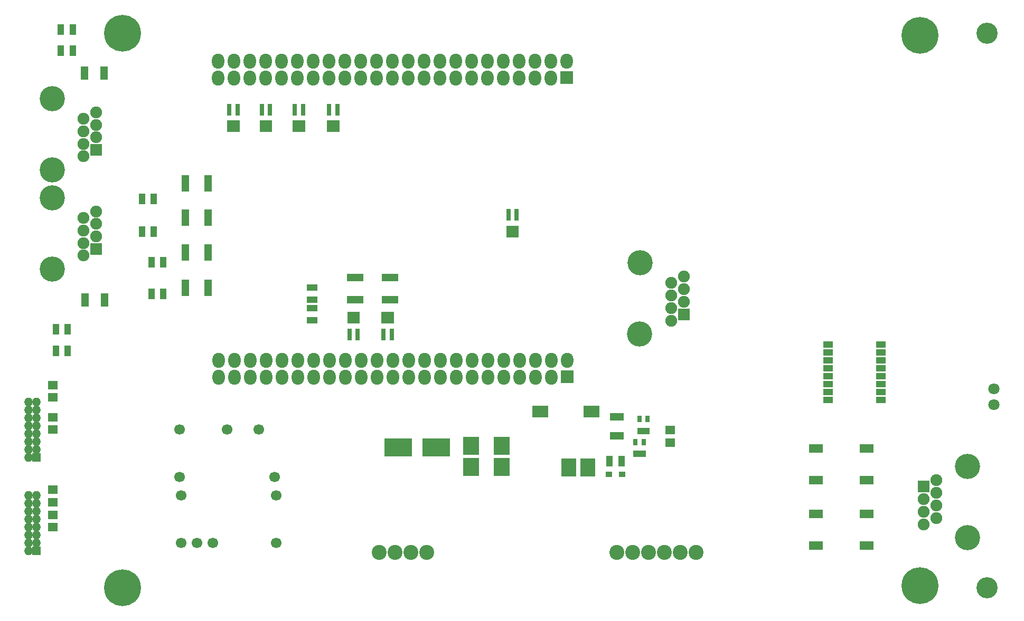
<source format=gbr>
G04 #@! TF.FileFunction,Soldermask,Top*
%FSLAX46Y46*%
G04 Gerber Fmt 4.6, Leading zero omitted, Abs format (unit mm)*
G04 Created by KiCad (PCBNEW 4.0.4+e1-6308~48~ubuntu15.10.1-stable) date Thu Mar 22 15:52:19 2018*
%MOMM*%
%LPD*%
G01*
G04 APERTURE LIST*
%ADD10C,0.100000*%
%ADD11R,0.750000X1.150000*%
%ADD12R,1.400000X1.400000*%
%ADD13O,1.400000X1.400000*%
%ADD14R,1.650000X1.400000*%
%ADD15C,4.050000*%
%ADD16C,1.900000*%
%ADD17R,1.900000X1.900000*%
%ADD18R,1.150000X0.750000*%
%ADD19R,1.540000X1.020000*%
%ADD20C,5.900000*%
%ADD21C,3.400000*%
%ADD22C,2.400000*%
%ADD23C,1.700000*%
%ADD24C,1.800000*%
%ADD25R,0.800000X1.900000*%
%ADD26R,2.000000X2.000000*%
%ADD27O,2.000000X2.400000*%
%ADD28R,2.300000X1.400000*%
%ADD29R,2.500000X3.000000*%
%ADD30R,4.400000X2.900000*%
%ADD31R,1.150000X0.650000*%
%ADD32R,1.100000X1.700000*%
%ADD33R,1.000000X0.850000*%
%ADD34R,0.650000X1.150000*%
%ADD35R,0.800000X1.050000*%
%ADD36R,2.350000X2.900000*%
%ADD37R,2.550000X1.900000*%
%ADD38R,1.700000X1.100000*%
G04 APERTURE END LIST*
D10*
D11*
X85450240Y-64200000D03*
X86100240Y-64200000D03*
X86750240Y-64200000D03*
X87400240Y-64200000D03*
X85450240Y-67800000D03*
X86100240Y-67800000D03*
X87400240Y-67800000D03*
X86750240Y-67800000D03*
X91025000Y-64200000D03*
X91675000Y-64200000D03*
X92325000Y-64200000D03*
X92975000Y-64200000D03*
X91025000Y-67800000D03*
X91675000Y-67800000D03*
X92975000Y-67800000D03*
X92325000Y-67800000D03*
D12*
X35357240Y-108040840D03*
D13*
X34087240Y-108040840D03*
X35357240Y-106770840D03*
X34087240Y-106770840D03*
X35357240Y-105500840D03*
X34087240Y-105500840D03*
X35357240Y-104230840D03*
X34087240Y-104230840D03*
X35357240Y-102960840D03*
X34087240Y-102960840D03*
X35357240Y-101690840D03*
X34087240Y-101690840D03*
X35357240Y-100420840D03*
X34087240Y-100420840D03*
X35357240Y-99150840D03*
X34087240Y-99150840D03*
D14*
X37978040Y-86630000D03*
X37978040Y-88630000D03*
D15*
X184607240Y-94535840D03*
X184582240Y-105965840D03*
D16*
X179582240Y-96715840D03*
D17*
X177532240Y-97740840D03*
D16*
X179582240Y-98740840D03*
X177532240Y-99765840D03*
X179582240Y-100765840D03*
X177532240Y-101790840D03*
X179582240Y-102790840D03*
X177542240Y-103805840D03*
D18*
X59197240Y-66865840D03*
X59197240Y-66215840D03*
X59197240Y-65565840D03*
X59197240Y-64915840D03*
X62797240Y-66865840D03*
X62797240Y-66215840D03*
X62797240Y-64915840D03*
X62797240Y-65565840D03*
X59197240Y-61165840D03*
X59197240Y-60515840D03*
X59197240Y-59865840D03*
X59197240Y-59215840D03*
X62797240Y-61165840D03*
X62797240Y-60515840D03*
X62797240Y-59215840D03*
X62797240Y-59865840D03*
X59197240Y-55565840D03*
X59197240Y-54915840D03*
X59197240Y-54265840D03*
X59197240Y-53615840D03*
X62797240Y-55565840D03*
X62797240Y-54915840D03*
X62797240Y-53615840D03*
X62797240Y-54265840D03*
X59197240Y-50065840D03*
X59197240Y-49415840D03*
X59197240Y-48765840D03*
X59197240Y-48115840D03*
X62797240Y-50065840D03*
X62797240Y-49415840D03*
X62797240Y-48115840D03*
X62797240Y-48765840D03*
D19*
X170732240Y-74980840D03*
X170732240Y-76230840D03*
X170732240Y-77505840D03*
X170732240Y-78780840D03*
X170732240Y-80055840D03*
X170732240Y-81330840D03*
X170732240Y-82605840D03*
X170732240Y-83855840D03*
X162207240Y-74955840D03*
X162207240Y-82605840D03*
X162207240Y-81330840D03*
X162207240Y-80055840D03*
X162207240Y-78805840D03*
X162207240Y-77530840D03*
X162207240Y-76205840D03*
X162207240Y-83855840D03*
D20*
X176939100Y-25343000D03*
X49088200Y-25001000D03*
X49088200Y-114001000D03*
D21*
X187758200Y-114001000D03*
X187758200Y-25001000D03*
D20*
X176939100Y-113659000D03*
D22*
X141037240Y-108300840D03*
X138497240Y-108300840D03*
X135957240Y-108300840D03*
X133417240Y-108300840D03*
X130877240Y-108300840D03*
X128337240Y-108300840D03*
X90237240Y-108300840D03*
X92777240Y-108300840D03*
X95317240Y-108300840D03*
X97857240Y-108300840D03*
D23*
X73497240Y-96190840D03*
X70957240Y-88570840D03*
X65877240Y-88570840D03*
X58257240Y-96190840D03*
X58257240Y-88570840D03*
X58517240Y-106780840D03*
X61057240Y-106780840D03*
X63597240Y-106780840D03*
X73757240Y-106780840D03*
X73757240Y-99160840D03*
X58517240Y-99160840D03*
D12*
X35357240Y-93040840D03*
D13*
X34087240Y-93040840D03*
X35357240Y-91770840D03*
X34087240Y-91770840D03*
X35357240Y-90500840D03*
X34087240Y-90500840D03*
X35357240Y-89230840D03*
X34087240Y-89230840D03*
X35357240Y-87960840D03*
X34087240Y-87960840D03*
X35357240Y-86690840D03*
X34087240Y-86690840D03*
X35357240Y-85420840D03*
X34087240Y-85420840D03*
X35357240Y-84150840D03*
X34087240Y-84150840D03*
D24*
X188857240Y-82060840D03*
X188857240Y-84600840D03*
D25*
X111000000Y-56830000D03*
X111650000Y-56830000D03*
X112300000Y-56830000D03*
X112300000Y-54170000D03*
X111000000Y-54170000D03*
X66250000Y-39930000D03*
X66900000Y-39930000D03*
X67550000Y-39930000D03*
X67550000Y-37270000D03*
X66250000Y-37270000D03*
X71447240Y-39920840D03*
X72097240Y-39920840D03*
X72747240Y-39920840D03*
X72747240Y-37260840D03*
X71447240Y-37260840D03*
X76747240Y-39920840D03*
X77397240Y-39920840D03*
X78047240Y-39920840D03*
X78047240Y-37260840D03*
X76747240Y-37260840D03*
X82247240Y-39920840D03*
X82897240Y-39920840D03*
X83547240Y-39920840D03*
X83547240Y-37260840D03*
X82247240Y-37260840D03*
D26*
X120370000Y-80135000D03*
D27*
X120370000Y-77495000D03*
X117830000Y-80235000D03*
X117830000Y-77495000D03*
X115290000Y-80235000D03*
X115290000Y-77495000D03*
X112750000Y-80235000D03*
X112750000Y-77495000D03*
X110210000Y-80235000D03*
X110210000Y-77495000D03*
X107670000Y-80235000D03*
X107670000Y-77495000D03*
X105130000Y-80235000D03*
X105130000Y-77495000D03*
X102590000Y-80235000D03*
X102590000Y-77495000D03*
X100050000Y-80235000D03*
X100050000Y-77495000D03*
X97510000Y-80235000D03*
X97510000Y-77495000D03*
X94970000Y-80235000D03*
X94970000Y-77495000D03*
X92430000Y-80235000D03*
X92430000Y-77495000D03*
X89890000Y-80235000D03*
X89890000Y-77495000D03*
X87350000Y-80235000D03*
X87350000Y-77495000D03*
X84810000Y-80235000D03*
X84810000Y-77495000D03*
X82270000Y-80235000D03*
X82270000Y-77495000D03*
X79730000Y-80235000D03*
X79730000Y-77495000D03*
X77190000Y-80235000D03*
X77190000Y-77495000D03*
X74650000Y-80235000D03*
X74650000Y-77495000D03*
X72110000Y-80235000D03*
X72110000Y-77495000D03*
X69570000Y-80235000D03*
X69570000Y-77495000D03*
X67030000Y-80235000D03*
X67030000Y-77495000D03*
X64490000Y-80235000D03*
X64490000Y-77495000D03*
D26*
X120340000Y-32115000D03*
D27*
X120340000Y-29475000D03*
X117800000Y-32215000D03*
X117800000Y-29475000D03*
X115260000Y-32215000D03*
X115260000Y-29475000D03*
X112720000Y-32215000D03*
X112720000Y-29475000D03*
X110180000Y-32215000D03*
X110180000Y-29475000D03*
X107640000Y-32215000D03*
X107640000Y-29475000D03*
X105100000Y-32215000D03*
X105100000Y-29475000D03*
X102560000Y-32215000D03*
X102560000Y-29475000D03*
X100020000Y-32215000D03*
X100020000Y-29475000D03*
X97480000Y-32215000D03*
X97480000Y-29475000D03*
X94940000Y-32215000D03*
X94940000Y-29475000D03*
X92400000Y-32215000D03*
X92400000Y-29475000D03*
X89860000Y-32215000D03*
X89860000Y-29475000D03*
X87320000Y-32215000D03*
X87320000Y-29475000D03*
X84780000Y-32215000D03*
X84780000Y-29475000D03*
X82240000Y-32215000D03*
X82240000Y-29475000D03*
X79700000Y-32215000D03*
X79700000Y-29475000D03*
X77160000Y-32215000D03*
X77160000Y-29475000D03*
X74620000Y-32215000D03*
X74620000Y-29475000D03*
X72080000Y-32215000D03*
X72080000Y-29475000D03*
X69540000Y-32215000D03*
X69540000Y-29475000D03*
X67000000Y-32215000D03*
X67000000Y-29475000D03*
X64460000Y-32215000D03*
X64460000Y-29475000D03*
D28*
X160300000Y-96750000D03*
X168375000Y-96750000D03*
X160325000Y-91650000D03*
X168375000Y-91650000D03*
X160300000Y-107250000D03*
X168375000Y-107250000D03*
X160325000Y-102150000D03*
X168375000Y-102150000D03*
D29*
X105022440Y-91236800D03*
X109922440Y-91236800D03*
X105022440Y-94589600D03*
X109922440Y-94589600D03*
D30*
X93290000Y-91480000D03*
X99390000Y-91480000D03*
D31*
X43150000Y-68550000D03*
X43150000Y-68050000D03*
X43150000Y-67550000D03*
X43150000Y-67050000D03*
X46250000Y-68550000D03*
X46250000Y-68050000D03*
X46250000Y-67050000D03*
X46250000Y-67550000D03*
X43047240Y-32140840D03*
X43047240Y-31640840D03*
X43047240Y-31140840D03*
X43047240Y-30640840D03*
X46147240Y-32140840D03*
X46147240Y-31640840D03*
X46147240Y-30640840D03*
X46147240Y-31140840D03*
D14*
X37978040Y-83448400D03*
X37978040Y-81448400D03*
D32*
X38447240Y-72540840D03*
X40347240Y-72540840D03*
X38450000Y-75950000D03*
X40350000Y-75950000D03*
X39247240Y-27790840D03*
X41147240Y-27790840D03*
X39247240Y-24390840D03*
X41147240Y-24390840D03*
X52250000Y-56850000D03*
X54150000Y-56850000D03*
X52250000Y-51600000D03*
X54150000Y-51600000D03*
X53750000Y-66850000D03*
X55650000Y-66850000D03*
X53750000Y-61750000D03*
X55650000Y-61750000D03*
D15*
X132047240Y-73295840D03*
X132072240Y-61865840D03*
D16*
X137072240Y-71115840D03*
D17*
X139122240Y-70090840D03*
D16*
X137072240Y-69090840D03*
X139122240Y-68065840D03*
X137072240Y-67065840D03*
X139122240Y-66040840D03*
X137072240Y-65040840D03*
X139112240Y-64025840D03*
D15*
X37847240Y-46955000D03*
X37872240Y-35525000D03*
D16*
X42872240Y-44775000D03*
D17*
X44922240Y-43750000D03*
D16*
X42872240Y-42750000D03*
X44922240Y-41725000D03*
X42872240Y-40725000D03*
X44922240Y-39700000D03*
X42872240Y-38700000D03*
X44912240Y-37685000D03*
D15*
X37847240Y-62865840D03*
X37872240Y-51435840D03*
D16*
X42872240Y-60685840D03*
D17*
X44922240Y-59660840D03*
D16*
X42872240Y-58660840D03*
X44922240Y-57635840D03*
X42872240Y-56635840D03*
X44922240Y-55610840D03*
X42872240Y-54610840D03*
X44912240Y-53595840D03*
D14*
X37927240Y-102276400D03*
X37927240Y-104276400D03*
X37927240Y-100263200D03*
X37927240Y-98263200D03*
X136936440Y-88712800D03*
X136936440Y-90712800D03*
D33*
X129198040Y-95808800D03*
X127098040Y-95808800D03*
D32*
X129098040Y-93675200D03*
X127198040Y-93675200D03*
D34*
X129101240Y-89637200D03*
X128601240Y-89637200D03*
X128101240Y-89637200D03*
X127601240Y-89637200D03*
X129101240Y-86537200D03*
X128601240Y-86537200D03*
X127601240Y-86537200D03*
X128101240Y-86537200D03*
D35*
X132019240Y-88834000D03*
X133319240Y-88834000D03*
X132669240Y-88834000D03*
X133319240Y-86934000D03*
X132019240Y-86934000D03*
X131358840Y-92491600D03*
X132658840Y-92491600D03*
X132008840Y-92491600D03*
X132658840Y-90591600D03*
X131358840Y-90591600D03*
D36*
X123678640Y-94691200D03*
X120628640Y-94691200D03*
D37*
X124338040Y-85750400D03*
X116088040Y-85750400D03*
D38*
X79532440Y-69154000D03*
X79532440Y-71054000D03*
X79532440Y-67752000D03*
X79532440Y-65852000D03*
D25*
X86786440Y-70670000D03*
X86136440Y-70670000D03*
X85486440Y-70670000D03*
X85486440Y-73330000D03*
X86786440Y-73330000D03*
X92272840Y-70670000D03*
X91622840Y-70670000D03*
X90972840Y-70670000D03*
X90972840Y-73330000D03*
X92272840Y-73330000D03*
M02*

</source>
